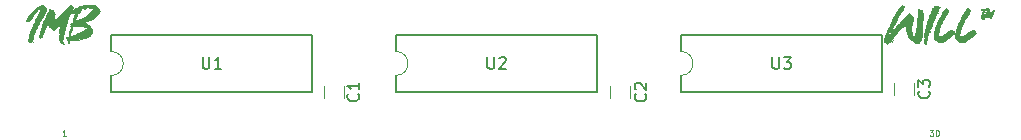
<source format=gbr>
%TF.GenerationSoftware,KiCad,Pcbnew,8.0.0*%
%TF.CreationDate,2024-11-03T15:19:12-05:00*%
%TF.ProjectId,macintosh-dram-1m-simm,6d616369-6e74-46f7-9368-2d6472616d2d,rev?*%
%TF.SameCoordinates,Original*%
%TF.FileFunction,Legend,Top*%
%TF.FilePolarity,Positive*%
%FSLAX46Y46*%
G04 Gerber Fmt 4.6, Leading zero omitted, Abs format (unit mm)*
G04 Created by KiCad (PCBNEW 8.0.0) date 2024-11-03 15:19:12*
%MOMM*%
%LPD*%
G01*
G04 APERTURE LIST*
%ADD10C,0.300000*%
%ADD11C,0.125000*%
%ADD12C,0.150000*%
%ADD13C,0.120000*%
G04 APERTURE END LIST*
D10*
G36*
X192119860Y-114230516D02*
G01*
X192146582Y-114081520D01*
X192186699Y-113937356D01*
X192197529Y-113911046D01*
X192241493Y-113817990D01*
X192170206Y-113952869D01*
X192122791Y-114059790D01*
X192062894Y-114201137D01*
X192002271Y-114344178D01*
X191974047Y-114410767D01*
X191937411Y-114483307D01*
X191925687Y-114555847D01*
X191918360Y-114553649D01*
X191916894Y-114563175D01*
X191963789Y-114453998D01*
X192045122Y-114325771D01*
X192076629Y-114335296D01*
X192089085Y-114347752D01*
X192181272Y-114230012D01*
X192277580Y-114113096D01*
X192344075Y-114035610D01*
X192445638Y-113919347D01*
X192546995Y-113802465D01*
X192614452Y-113724200D01*
X192708974Y-113615757D01*
X192808625Y-113506580D01*
X192916659Y-113390832D01*
X193023692Y-113276229D01*
X193129723Y-113162770D01*
X193150809Y-113140216D01*
X193256883Y-113026986D01*
X193363529Y-112912612D01*
X193470748Y-112797093D01*
X193492260Y-112773852D01*
X193562602Y-112699113D01*
X193641004Y-112616315D01*
X193781688Y-112565757D01*
X193790481Y-112630969D01*
X193788283Y-112640495D01*
X193809532Y-112641228D01*
X193868150Y-112651486D01*
X193875478Y-112726957D01*
X193874012Y-112753335D01*
X193879141Y-112748206D01*
X193906252Y-112707906D01*
X193933363Y-112719630D01*
X193953147Y-112727690D01*
X194029351Y-112812686D01*
X194075512Y-112912337D01*
X194098227Y-112954103D01*
X194134131Y-113015652D01*
X194098281Y-113161808D01*
X194066296Y-113307641D01*
X194062323Y-113327062D01*
X194028438Y-113471564D01*
X193985859Y-113613813D01*
X193979525Y-113632609D01*
X193959741Y-113739588D01*
X193959741Y-113851695D01*
X193970862Y-114005026D01*
X193980258Y-114108150D01*
X194001344Y-114256682D01*
X194022023Y-114358011D01*
X194045471Y-114445938D01*
X194072581Y-114534598D01*
X194097494Y-114576364D01*
X194109951Y-114585157D01*
X194121674Y-114592484D01*
X194141458Y-114574166D01*
X194159043Y-114533133D01*
X194207129Y-114388465D01*
X194222058Y-114340425D01*
X194261076Y-114193284D01*
X194271884Y-114143321D01*
X194299018Y-113996547D01*
X194311451Y-113907383D01*
X194329197Y-113756315D01*
X194339295Y-113664849D01*
X194359439Y-113512307D01*
X194374466Y-113379085D01*
X194388747Y-113227638D01*
X194397913Y-113093321D01*
X194411128Y-112939070D01*
X194419162Y-112817815D01*
X194428298Y-112670565D01*
X194436015Y-112543042D01*
X194448471Y-112415547D01*
X194466882Y-112268657D01*
X194467522Y-112263140D01*
X194520279Y-112252149D01*
X194575966Y-112231632D01*
X194650704Y-112353265D01*
X194658032Y-112426538D01*
X194660963Y-112464640D01*
X194671221Y-112430202D01*
X194704193Y-112354731D01*
X194738632Y-112332016D01*
X194793586Y-112305638D01*
X194821430Y-112325422D01*
X194833154Y-112351800D01*
X194843412Y-112420676D01*
X194851472Y-112480027D01*
X194869057Y-112491751D01*
X194910090Y-112516664D01*
X194934270Y-112579678D01*
X194968709Y-112650020D01*
X194954103Y-112803936D01*
X194943063Y-112923328D01*
X194928818Y-113075827D01*
X194917418Y-113194438D01*
X194902013Y-113346705D01*
X194888108Y-113464815D01*
X194880956Y-113611992D01*
X194892505Y-113748381D01*
X194879316Y-113798206D01*
X194874919Y-113839972D01*
X194876385Y-113981388D01*
X194880781Y-114114012D01*
X194854429Y-114259453D01*
X194852205Y-114371933D01*
X194851770Y-114523849D01*
X194841946Y-114628387D01*
X194822163Y-114752951D01*
X194789923Y-114874584D01*
X194740097Y-114969106D01*
X194652170Y-115046775D01*
X194589888Y-115102463D01*
X194522477Y-115183063D01*
X194433084Y-115199916D01*
X194314382Y-115215303D01*
X194268220Y-115195519D01*
X194211800Y-115173538D01*
X194176629Y-115136168D01*
X194108485Y-115051172D01*
X194020558Y-114971304D01*
X193938492Y-114908290D01*
X193853496Y-114846008D01*
X193744233Y-114740941D01*
X193706217Y-114696531D01*
X193626101Y-114568177D01*
X193602170Y-114511151D01*
X193554205Y-114371844D01*
X193514975Y-114250300D01*
X193472883Y-114102540D01*
X193444633Y-113985052D01*
X193427322Y-113835827D01*
X193427048Y-113815059D01*
X193420428Y-113663783D01*
X193418988Y-113647997D01*
X193416789Y-113629678D01*
X193429246Y-113616489D01*
X193359637Y-113688297D01*
X193244475Y-113781728D01*
X193206496Y-113813593D01*
X193256400Y-113674006D01*
X193264382Y-113663384D01*
X193279036Y-113621618D01*
X193243133Y-113653126D01*
X193194040Y-113708080D01*
X193095463Y-113823118D01*
X192998393Y-113939895D01*
X192902830Y-114058410D01*
X192850390Y-114125003D01*
X192757352Y-114245231D01*
X192665356Y-114366039D01*
X192574404Y-114487427D01*
X192524326Y-114555115D01*
X192429553Y-114677136D01*
X192346273Y-114784459D01*
X192253884Y-114906784D01*
X192174082Y-115017466D01*
X192066431Y-115132971D01*
X191943614Y-115228924D01*
X191890516Y-115262930D01*
X191818709Y-115231423D01*
X191766685Y-115210174D01*
X191699274Y-115149357D01*
X191641388Y-115104661D01*
X191578374Y-115048974D01*
X191533677Y-114984494D01*
X191530746Y-114864326D01*
X191563719Y-114755150D01*
X191628158Y-114609221D01*
X191691966Y-114463151D01*
X191755144Y-114316942D01*
X191817690Y-114170592D01*
X191853147Y-114086901D01*
X191915332Y-113940221D01*
X191978149Y-113793821D01*
X192041596Y-113647702D01*
X192105675Y-113501863D01*
X192142575Y-113418653D01*
X192203806Y-113284838D01*
X192267150Y-113152672D01*
X192343721Y-113000562D01*
X192423167Y-112850696D01*
X192493551Y-112724026D01*
X192578723Y-112577586D01*
X192667540Y-112432549D01*
X192760004Y-112288914D01*
X192842161Y-112166915D01*
X192912672Y-112066036D01*
X193010125Y-111951730D01*
X193142600Y-111886575D01*
X193167662Y-111882121D01*
X193196238Y-111915094D01*
X193207962Y-111934145D01*
X193233607Y-111936343D01*
X193294424Y-111945868D01*
X193312009Y-111994961D01*
X193328129Y-112037459D01*
X193275940Y-112175816D01*
X193227013Y-112274131D01*
X193153434Y-112401168D01*
X193099518Y-112488087D01*
X193019791Y-112615199D01*
X192943641Y-112743741D01*
X192871070Y-112873714D01*
X192856985Y-112899881D01*
X192787590Y-113031500D01*
X192718625Y-113164407D01*
X192650089Y-113298603D01*
X192636434Y-113325596D01*
X192567622Y-113460439D01*
X192497201Y-113594316D01*
X192487690Y-113612093D01*
X192416775Y-113744875D01*
X192345537Y-113876691D01*
X192336015Y-113894193D01*
X192259078Y-114019490D01*
X192175330Y-114144735D01*
X192119860Y-114230516D01*
G37*
G36*
X194617732Y-112773852D02*
G01*
X194613335Y-112710104D01*
X194613335Y-112647822D01*
X194653635Y-112530586D01*
X194646308Y-112613384D01*
X194636782Y-112680795D01*
X194640446Y-112761395D01*
X194641179Y-112874235D01*
X194617732Y-112773852D01*
G37*
G36*
X194510020Y-113942554D02*
G01*
X194526873Y-113961605D01*
X194508555Y-113966001D01*
X194513684Y-113972595D01*
X194500495Y-113962337D01*
X194510020Y-113942554D01*
G37*
G36*
X194614801Y-113067676D02*
G01*
X194611137Y-113092588D01*
X194599413Y-113077201D01*
X194614801Y-113067676D01*
G37*
G36*
X192205589Y-115087808D02*
G01*
X192258346Y-114963244D01*
X192366499Y-114859380D01*
X192400495Y-114840146D01*
X192348544Y-114981279D01*
X192336748Y-114997683D01*
X192217007Y-115082476D01*
X192205589Y-115087808D01*
G37*
G36*
X195206113Y-113900055D02*
G01*
X195177536Y-113925701D01*
X195165080Y-113940355D01*
X195124083Y-114085680D01*
X195116720Y-114113279D01*
X195077874Y-114256645D01*
X195068360Y-114289867D01*
X195051507Y-114360942D01*
X194984144Y-114491631D01*
X194976036Y-114504556D01*
X194973838Y-114380725D01*
X194976769Y-114333098D01*
X195014314Y-114171128D01*
X195053218Y-114009910D01*
X195093483Y-113849443D01*
X195135107Y-113689728D01*
X195178090Y-113530764D01*
X195222433Y-113372551D01*
X195240551Y-113309476D01*
X195288350Y-113152122D01*
X195340156Y-112995591D01*
X195395969Y-112839882D01*
X195455790Y-112684997D01*
X195519617Y-112530934D01*
X195587452Y-112377694D01*
X195615708Y-112316629D01*
X195671727Y-112181189D01*
X195679455Y-112161290D01*
X195761529Y-112033564D01*
X195796692Y-111997159D01*
X195843586Y-112022072D01*
X195870697Y-112034528D01*
X195919057Y-112014745D01*
X195990132Y-111982505D01*
X196019441Y-111997892D01*
X196034829Y-112002288D01*
X196080990Y-111975910D01*
X196177711Y-111922421D01*
X196215080Y-112002288D01*
X196225338Y-111992030D01*
X196261242Y-111989832D01*
X196308869Y-112030132D01*
X196356496Y-112075561D01*
X196356496Y-112118792D01*
X196341109Y-112156894D01*
X196258311Y-112270467D01*
X196198227Y-112408220D01*
X196134073Y-112549891D01*
X196074968Y-112694087D01*
X196059009Y-112735750D01*
X196001346Y-112880807D01*
X195938635Y-113023620D01*
X195919790Y-113064012D01*
X195862637Y-113200300D01*
X195802768Y-113336587D01*
X195800355Y-113340983D01*
X195734410Y-113472142D01*
X195680640Y-113609672D01*
X195678722Y-113614291D01*
X195669930Y-113639204D01*
X195657473Y-113653126D01*
X195666999Y-113643600D01*
X195720488Y-113654591D01*
X195673649Y-113795552D01*
X195651612Y-113841437D01*
X195588688Y-113981709D01*
X195566615Y-114040006D01*
X195527048Y-113971130D01*
X195530711Y-113954277D01*
X195533642Y-113962337D01*
X195479885Y-114102235D01*
X195441318Y-114199741D01*
X195389315Y-114344344D01*
X195359986Y-114444473D01*
X195320785Y-114592850D01*
X195288178Y-114740495D01*
X195257404Y-114888872D01*
X195223698Y-115040914D01*
X195187062Y-115064361D01*
X195196587Y-115081214D01*
X195208311Y-115122979D01*
X195206113Y-115163279D01*
X195200251Y-115176468D01*
X195231025Y-115227759D01*
X195278653Y-115306894D01*
X195198053Y-115306894D01*
X195150425Y-115289309D01*
X195113789Y-115261465D01*
X195057369Y-115197718D01*
X194978234Y-115139099D01*
X194963611Y-114992310D01*
X194967243Y-114961046D01*
X194986397Y-114815588D01*
X194988492Y-114794717D01*
X195011077Y-114644646D01*
X195031723Y-114568304D01*
X195068388Y-114424033D01*
X195081549Y-114349218D01*
X195110171Y-114203073D01*
X195128443Y-114118408D01*
X195149853Y-113972034D01*
X195153356Y-113877341D01*
X195195854Y-113806999D01*
X195209043Y-113771828D01*
X195206113Y-113900055D01*
G37*
G36*
X194972372Y-114396113D02*
G01*
X195021853Y-114538258D01*
X195025129Y-114561709D01*
X194986066Y-114705428D01*
X194983363Y-114711919D01*
X194940043Y-114570625D01*
X194940132Y-114564640D01*
X194966984Y-114418262D01*
X194972372Y-114396113D01*
G37*
G36*
X195427397Y-114249567D02*
G01*
X195453775Y-114169699D01*
X195477955Y-114109616D01*
X195528513Y-114133063D01*
X195509462Y-114191681D01*
X195487480Y-114253963D01*
X195458171Y-114245170D01*
X195427397Y-114249567D01*
G37*
G36*
X196283956Y-112543775D02*
G01*
X196218011Y-112609720D01*
X196163789Y-112652951D01*
X196160125Y-112557697D01*
X196283956Y-112543775D01*
G37*
G36*
X197281933Y-114070048D02*
G01*
X197349344Y-114048799D01*
X197423349Y-114024619D01*
X197465847Y-114051730D01*
X197523733Y-114098625D01*
X197481235Y-114141856D01*
X197457055Y-114144787D01*
X197478304Y-114146252D01*
X197480502Y-114163105D01*
X197495889Y-114149183D01*
X197561835Y-114104487D01*
X197561835Y-114185819D01*
X197568429Y-114231981D01*
X197446049Y-114316780D01*
X197418220Y-114332365D01*
X197295643Y-114414913D01*
X197284131Y-114424689D01*
X197245296Y-114464256D01*
X197201332Y-114514082D01*
X197106078Y-114602009D01*
X197057718Y-114592484D01*
X197074570Y-114552916D01*
X197177885Y-114469385D01*
X197218185Y-114469385D01*
X197335376Y-114377989D01*
X197456559Y-114290045D01*
X197565498Y-114215129D01*
X197602135Y-114259092D01*
X197632177Y-114296461D01*
X197607997Y-114342623D01*
X197479608Y-114418222D01*
X197446064Y-114442274D01*
X197331521Y-114533758D01*
X197300251Y-114560976D01*
X197180402Y-114660421D01*
X197059910Y-114759543D01*
X197043796Y-114772735D01*
X196924226Y-114871492D01*
X196805945Y-114969928D01*
X196790272Y-114983028D01*
X196749972Y-115013803D01*
X196708206Y-115043112D01*
X196572713Y-115112063D01*
X196427176Y-115143610D01*
X196286154Y-115139832D01*
X196156224Y-115066802D01*
X196026039Y-114980152D01*
X196001123Y-114961779D01*
X195887339Y-114854349D01*
X195797700Y-114728806D01*
X195780572Y-114698729D01*
X195760879Y-114553264D01*
X195759323Y-114537529D01*
X195766394Y-114390118D01*
X195772512Y-114361674D01*
X195804695Y-114194277D01*
X195844090Y-114029508D01*
X195890699Y-113867366D01*
X195944520Y-113707851D01*
X196005554Y-113550965D01*
X196027501Y-113499253D01*
X196084256Y-113360781D01*
X196089783Y-113346113D01*
X196152454Y-113212676D01*
X196163056Y-113194438D01*
X196229551Y-113059433D01*
X196295680Y-112924061D01*
X196366571Y-112789239D01*
X196447355Y-112655882D01*
X196514033Y-112551102D01*
X196587306Y-112438995D01*
X196680849Y-112322531D01*
X196701612Y-112295380D01*
X196803930Y-112183401D01*
X196824710Y-112164954D01*
X196873803Y-112164954D01*
X196918499Y-112164954D01*
X196955136Y-112188401D01*
X196999099Y-112225771D01*
X196991039Y-112258011D01*
X197024745Y-112282923D01*
X197075303Y-112320293D01*
X197088492Y-112423607D01*
X197057718Y-112513000D01*
X197001297Y-112625108D01*
X196932421Y-112721095D01*
X196847812Y-112844578D01*
X196817383Y-112894752D01*
X196743356Y-113023550D01*
X196714801Y-113073538D01*
X196642209Y-113201410D01*
X196590237Y-113302149D01*
X196522463Y-113440402D01*
X196475198Y-113535889D01*
X196410919Y-113672565D01*
X196374082Y-113768164D01*
X196329230Y-113910156D01*
X196303007Y-114008499D01*
X196269056Y-114152161D01*
X196242191Y-114279609D01*
X196215246Y-114425035D01*
X196194563Y-114554382D01*
X196185038Y-114625457D01*
X196196029Y-114616664D01*
X196213614Y-114611535D01*
X196330851Y-114553649D01*
X196445889Y-114492833D01*
X196579609Y-114410787D01*
X196714054Y-114327774D01*
X196776350Y-114289134D01*
X196901440Y-114212369D01*
X197036490Y-114130835D01*
X197109009Y-114087634D01*
X197214521Y-114034145D01*
X197340551Y-113990181D01*
X197354473Y-114067850D01*
X197328094Y-114081772D01*
X197331025Y-114114745D01*
X197274605Y-114113279D01*
X197257020Y-114112547D01*
X197240167Y-114122805D01*
X197246762Y-114157243D01*
X197186678Y-114155778D01*
X197177152Y-114156510D01*
X197052503Y-114235561D01*
X197018883Y-114256894D01*
X196892150Y-114337414D01*
X196862079Y-114356545D01*
X196854752Y-114349951D01*
X196848157Y-114342623D01*
X196974607Y-114266020D01*
X196998367Y-114251032D01*
X197124133Y-114170996D01*
X197153705Y-114152114D01*
X197172756Y-114133796D01*
X197201332Y-114104487D01*
X197247494Y-114100090D01*
X197281933Y-114070048D01*
G37*
G36*
X197011556Y-112400893D02*
G01*
X197015219Y-112402358D01*
X196947808Y-112534799D01*
X196874535Y-112661011D01*
X196795381Y-112792266D01*
X196727257Y-112910139D01*
X196654682Y-113042445D01*
X196634200Y-113080132D01*
X196564133Y-113210649D01*
X196540411Y-113254521D01*
X196526489Y-113242798D01*
X196582909Y-113148276D01*
X196648122Y-113038367D01*
X196719563Y-112909524D01*
X196724326Y-112901346D01*
X196798148Y-112769495D01*
X196800530Y-112765059D01*
X196875341Y-112632699D01*
X196897250Y-112595799D01*
X196970433Y-112462795D01*
X196988841Y-112425073D01*
X196998367Y-112403091D01*
X197011556Y-112400893D01*
G37*
G36*
X196450286Y-113387145D02*
G01*
X196453949Y-113359302D01*
X196479595Y-113336587D01*
X196481060Y-113362965D01*
X196458346Y-113392274D01*
X196450286Y-113387145D01*
G37*
G36*
X199107892Y-114070048D02*
G01*
X199175303Y-114048799D01*
X199249309Y-114024619D01*
X199291807Y-114051730D01*
X199349692Y-114098625D01*
X199307194Y-114141856D01*
X199283014Y-114144787D01*
X199304263Y-114146252D01*
X199306461Y-114163105D01*
X199321849Y-114149183D01*
X199387794Y-114104487D01*
X199387794Y-114185819D01*
X199394389Y-114231981D01*
X199272009Y-114316780D01*
X199244180Y-114332365D01*
X199121603Y-114414913D01*
X199110090Y-114424689D01*
X199071256Y-114464256D01*
X199027292Y-114514082D01*
X198932037Y-114602009D01*
X198883677Y-114592484D01*
X198900530Y-114552916D01*
X199003845Y-114469385D01*
X199044145Y-114469385D01*
X199161335Y-114377989D01*
X199282519Y-114290045D01*
X199391458Y-114215129D01*
X199428094Y-114259092D01*
X199458136Y-114296461D01*
X199433956Y-114342623D01*
X199305568Y-114418222D01*
X199272023Y-114442274D01*
X199157481Y-114533758D01*
X199126210Y-114560976D01*
X199006362Y-114660421D01*
X198885870Y-114759543D01*
X198869755Y-114772735D01*
X198750186Y-114871492D01*
X198631905Y-114969928D01*
X198616231Y-114983028D01*
X198575931Y-115013803D01*
X198534166Y-115043112D01*
X198398672Y-115112063D01*
X198253136Y-115143610D01*
X198112114Y-115139832D01*
X197982183Y-115066802D01*
X197851999Y-114980152D01*
X197827083Y-114961779D01*
X197713299Y-114854349D01*
X197623659Y-114728806D01*
X197606531Y-114698729D01*
X197586838Y-114553264D01*
X197585282Y-114537529D01*
X197592353Y-114390118D01*
X197598471Y-114361674D01*
X197630654Y-114194277D01*
X197670050Y-114029508D01*
X197716658Y-113867366D01*
X197770479Y-113707851D01*
X197831513Y-113550965D01*
X197853461Y-113499253D01*
X197910215Y-113360781D01*
X197915743Y-113346113D01*
X197978414Y-113212676D01*
X197989016Y-113194438D01*
X198055511Y-113059433D01*
X198121639Y-112924061D01*
X198192531Y-112789239D01*
X198273314Y-112655882D01*
X198339993Y-112551102D01*
X198413265Y-112438995D01*
X198506808Y-112322531D01*
X198527571Y-112295380D01*
X198629890Y-112183401D01*
X198650669Y-112164954D01*
X198699762Y-112164954D01*
X198744459Y-112164954D01*
X198781095Y-112188401D01*
X198825059Y-112225771D01*
X198816999Y-112258011D01*
X198850704Y-112282923D01*
X198901263Y-112320293D01*
X198914452Y-112423607D01*
X198883677Y-112513000D01*
X198827257Y-112625108D01*
X198758381Y-112721095D01*
X198673771Y-112844578D01*
X198643342Y-112894752D01*
X198569315Y-113023550D01*
X198540760Y-113073538D01*
X198468168Y-113201410D01*
X198416196Y-113302149D01*
X198348422Y-113440402D01*
X198301158Y-113535889D01*
X198236878Y-113672565D01*
X198200041Y-113768164D01*
X198155190Y-113910156D01*
X198128967Y-114008499D01*
X198095016Y-114152161D01*
X198068150Y-114279609D01*
X198041206Y-114425035D01*
X198020523Y-114554382D01*
X198010997Y-114625457D01*
X198021988Y-114616664D01*
X198039574Y-114611535D01*
X198156810Y-114553649D01*
X198271849Y-114492833D01*
X198405568Y-114410787D01*
X198540013Y-114327774D01*
X198602309Y-114289134D01*
X198727400Y-114212369D01*
X198862449Y-114130835D01*
X198934968Y-114087634D01*
X199040481Y-114034145D01*
X199166510Y-113990181D01*
X199180432Y-114067850D01*
X199154054Y-114081772D01*
X199156985Y-114114745D01*
X199100565Y-114113279D01*
X199082979Y-114112547D01*
X199066127Y-114122805D01*
X199072721Y-114157243D01*
X199012637Y-114155778D01*
X199003112Y-114156510D01*
X198878462Y-114235561D01*
X198844842Y-114256894D01*
X198718109Y-114337414D01*
X198688039Y-114356545D01*
X198680711Y-114349951D01*
X198674117Y-114342623D01*
X198800566Y-114266020D01*
X198824326Y-114251032D01*
X198950092Y-114170996D01*
X198979665Y-114152114D01*
X198998715Y-114133796D01*
X199027292Y-114104487D01*
X199073454Y-114100090D01*
X199107892Y-114070048D01*
G37*
G36*
X198837515Y-112400893D02*
G01*
X198841179Y-112402358D01*
X198773768Y-112534799D01*
X198700495Y-112661011D01*
X198621341Y-112792266D01*
X198553217Y-112910139D01*
X198480641Y-113042445D01*
X198460160Y-113080132D01*
X198390093Y-113210649D01*
X198366371Y-113254521D01*
X198352449Y-113242798D01*
X198408869Y-113148276D01*
X198474082Y-113038367D01*
X198545523Y-112909524D01*
X198550286Y-112901346D01*
X198624108Y-112769495D01*
X198626489Y-112765059D01*
X198701301Y-112632699D01*
X198723210Y-112595799D01*
X198796393Y-112462795D01*
X198814801Y-112425073D01*
X198824326Y-112403091D01*
X198837515Y-112400893D01*
G37*
G36*
X198276245Y-113387145D02*
G01*
X198279909Y-113359302D01*
X198305554Y-113336587D01*
X198307020Y-113362965D01*
X198284305Y-113392274D01*
X198276245Y-113387145D01*
G37*
G36*
X200482491Y-112207452D02*
G01*
X200512533Y-112258011D01*
X200472965Y-112269002D01*
X200492016Y-112265338D01*
X200521325Y-112269734D01*
X200520593Y-112293914D01*
X200509602Y-112303440D01*
X200537445Y-112304905D01*
X200537445Y-112347404D01*
X200537445Y-112397962D01*
X200516196Y-112464640D01*
X200490551Y-112527655D01*
X200450251Y-112647090D01*
X200423028Y-112722069D01*
X200445854Y-112696915D01*
X200479560Y-112655882D01*
X200556496Y-112565757D01*
X200641493Y-112474166D01*
X200699503Y-112414815D01*
X200757264Y-112414815D01*
X200759462Y-112416280D01*
X200771186Y-112419211D01*
X200757264Y-112414815D01*
X200699503Y-112414815D01*
X200768255Y-112344473D01*
X200831270Y-112274131D01*
X200892819Y-112254347D01*
X200875233Y-112318094D01*
X200887690Y-112299776D01*
X200916999Y-112263872D01*
X200936782Y-112304173D01*
X200948506Y-112308569D01*
X200966092Y-112406022D01*
X200944502Y-112419927D01*
X200967557Y-112432400D01*
X200925059Y-112522526D01*
X200919289Y-112524901D01*
X200916266Y-112543042D01*
X200861311Y-112652951D01*
X200802327Y-112788311D01*
X200793900Y-112807557D01*
X200745735Y-112947245D01*
X200740411Y-112968025D01*
X200726489Y-113011256D01*
X200714766Y-113053754D01*
X200703775Y-113116036D01*
X200641493Y-113099916D01*
X200664940Y-113107243D01*
X200628304Y-113107243D01*
X200568220Y-113053021D01*
X200567487Y-112944577D01*
X200588736Y-112846392D01*
X200591213Y-112836845D01*
X200540376Y-112898415D01*
X200538560Y-112893502D01*
X200504473Y-112923328D01*
X200497878Y-112907208D01*
X200407752Y-112970223D01*
X200310300Y-112937983D01*
X200269267Y-112883028D01*
X200264771Y-112875701D01*
X200527920Y-112875701D01*
X200533030Y-112878539D01*
X200531603Y-112874677D01*
X200527920Y-112875701D01*
X200264771Y-112875701D01*
X200229699Y-112818548D01*
X200229699Y-112806824D01*
X200229699Y-112774563D01*
X200186468Y-112880097D01*
X200145436Y-113006127D01*
X200124919Y-113065478D01*
X200095610Y-113126294D01*
X200080223Y-113149741D01*
X200054577Y-113149741D01*
X200037725Y-113149741D01*
X200000355Y-113149741D01*
X199998157Y-113065478D01*
X200011346Y-113003196D01*
X200040655Y-112876434D01*
X200079490Y-112749672D01*
X200124187Y-112652219D01*
X200172547Y-112555498D01*
X200219441Y-112462442D01*
X200279525Y-112373782D01*
X200293081Y-112359014D01*
X200159357Y-112393565D01*
X200152030Y-112408953D01*
X200017941Y-112720362D01*
X199963469Y-112861532D01*
X199958590Y-112874968D01*
X199933677Y-112956301D01*
X199913161Y-113040565D01*
X199913161Y-113052288D01*
X199904368Y-113064745D01*
X199939539Y-113099916D01*
X199890446Y-113138750D01*
X199839155Y-113112372D01*
X199818639Y-113091123D01*
X199761486Y-113016385D01*
X199765882Y-112918199D01*
X199783468Y-112820746D01*
X199830179Y-112678276D01*
X199849413Y-112628039D01*
X199906209Y-112489283D01*
X199927815Y-112439727D01*
X199940733Y-112414607D01*
X199877257Y-112405289D01*
X199745641Y-112332886D01*
X199714591Y-112288785D01*
X199770279Y-112251416D01*
X199865533Y-112238960D01*
X199957124Y-112222840D01*
X200023070Y-112208185D01*
X200089016Y-112197927D01*
X200198925Y-112179609D01*
X200313230Y-112164954D01*
X200411416Y-112164954D01*
X200497878Y-112164954D01*
X200482491Y-112207452D01*
G37*
G36*
X119893105Y-112480453D02*
G01*
X119782423Y-112581647D01*
X119777334Y-112588164D01*
X119686963Y-112704599D01*
X119675484Y-112719323D01*
X119640314Y-112678290D01*
X119647641Y-112663635D01*
X119621263Y-112698073D01*
X119602944Y-112710530D01*
X119604410Y-112702470D01*
X119645443Y-112739106D01*
X119612470Y-112767683D01*
X119596350Y-112789665D01*
X119492410Y-112899209D01*
X119441744Y-112961123D01*
X119346565Y-113081982D01*
X119295198Y-113145038D01*
X119275415Y-113161158D01*
X119273217Y-113164822D01*
X119200676Y-113258611D01*
X119200676Y-113262274D01*
X119138394Y-113299644D01*
X119055596Y-113345073D01*
X119024822Y-113323824D01*
X118979392Y-113304773D01*
X118955212Y-113258611D01*
X118931765Y-113210251D01*
X118975188Y-113066587D01*
X118991116Y-113036594D01*
X119072417Y-112912837D01*
X119092965Y-112885652D01*
X119182496Y-112767213D01*
X119235115Y-112700272D01*
X119335643Y-112586775D01*
X119394849Y-112528080D01*
X119434417Y-112486315D01*
X119482044Y-112436489D01*
X119533335Y-112428429D01*
X119632024Y-112320003D01*
X119636650Y-112317055D01*
X119746838Y-112217491D01*
X119755352Y-112205680D01*
X119800048Y-112166113D01*
X119924028Y-112087012D01*
X119941465Y-112075987D01*
X120064403Y-111996085D01*
X120082149Y-111984396D01*
X120214452Y-111920374D01*
X120261667Y-111908192D01*
X120410544Y-111908604D01*
X120474159Y-111925045D01*
X120553293Y-111995387D01*
X120645617Y-112078185D01*
X120687078Y-112221791D01*
X120688115Y-112253307D01*
X120652212Y-112319986D01*
X120755526Y-112295806D01*
X120691779Y-112339769D01*
X120689581Y-112359553D01*
X120631242Y-112501545D01*
X120586266Y-112599888D01*
X120515709Y-112734278D01*
X120452177Y-112836559D01*
X120435324Y-112859274D01*
X120425066Y-112876859D01*
X120417006Y-112903970D01*
X120408213Y-112933279D01*
X120358387Y-113026336D01*
X120301235Y-113125987D01*
X120225088Y-113258050D01*
X120148323Y-113388258D01*
X120096803Y-113474033D01*
X120022099Y-113604035D01*
X119952960Y-113737953D01*
X119909958Y-113829406D01*
X119845214Y-113962774D01*
X119783974Y-114097997D01*
X119745094Y-114189176D01*
X119690963Y-114326837D01*
X119641779Y-114466147D01*
X119611737Y-114559937D01*
X119590488Y-114644200D01*
X119567773Y-114748248D01*
X119555317Y-114852295D01*
X119560446Y-114935826D01*
X119556782Y-114978325D01*
X119517215Y-115001039D01*
X119515750Y-115000307D01*
X119473251Y-115044270D01*
X119441744Y-115079441D01*
X119452735Y-115070648D01*
X119469588Y-115094829D01*
X119470321Y-115103621D01*
X119426357Y-115124138D01*
X119381660Y-115091165D01*
X119345024Y-115059658D01*
X119323775Y-115045736D01*
X119308387Y-115054528D01*
X119284207Y-115072114D01*
X119173565Y-115026685D01*
X119100293Y-114950481D01*
X119114358Y-114802612D01*
X119136769Y-114657410D01*
X119171459Y-114499200D01*
X119188220Y-114436838D01*
X119235261Y-114281348D01*
X119282859Y-114141774D01*
X119335441Y-114002548D01*
X119360411Y-113940781D01*
X119421777Y-113805409D01*
X119487173Y-113671870D01*
X119556050Y-113539246D01*
X119626392Y-113408087D01*
X119663028Y-113323091D01*
X119674752Y-113233698D01*
X119687208Y-113196329D01*
X119704061Y-113161158D01*
X119772293Y-113026290D01*
X119774403Y-113021939D01*
X119842109Y-112888846D01*
X119846943Y-112879790D01*
X119916811Y-112748756D01*
X119964912Y-112658506D01*
X120034358Y-112526928D01*
X120080683Y-112438688D01*
X120077020Y-112422568D01*
X120074089Y-112391793D01*
X120113656Y-112343433D01*
X120146629Y-112308262D01*
X120153956Y-112317055D01*
X120109260Y-112323649D01*
X120066029Y-112302400D01*
X120025729Y-112308995D01*
X119980300Y-112316322D01*
X119943663Y-112342700D01*
X119909225Y-112366147D01*
X119883579Y-112375673D01*
X119862330Y-112383733D01*
X119820565Y-112403517D01*
X119778799Y-112423300D01*
X119742896Y-112472393D01*
X119638115Y-112518555D01*
X119575101Y-112600621D01*
X119528206Y-112634326D01*
X119506224Y-112655575D01*
X119494501Y-112676824D01*
X119475450Y-112681221D01*
X119511353Y-112633593D01*
X119527473Y-112555191D01*
X119572903Y-112556657D01*
X119579497Y-112558855D01*
X119621995Y-112525150D01*
X119676950Y-112497306D01*
X119680614Y-112484849D01*
X119700397Y-112448213D01*
X119744361Y-112439420D01*
X119770739Y-112434291D01*
X119813237Y-112420369D01*
X119882114Y-112430628D01*
X119893105Y-112480453D01*
G37*
G36*
X119482044Y-114728464D02*
G01*
X119506224Y-114694759D01*
X119501828Y-114713810D01*
X119482044Y-114728464D01*
G37*
G36*
X119279811Y-113161158D02*
G01*
X119293000Y-113131116D01*
X119318646Y-113101807D01*
X119357480Y-113054180D01*
X119430020Y-113036594D01*
X119434417Y-113040258D01*
X119448339Y-113071765D01*
X119353921Y-113184049D01*
X119344291Y-113195596D01*
X119244549Y-113312787D01*
X119200676Y-113363391D01*
X119196280Y-113272533D01*
X119196280Y-113262274D01*
X119276147Y-113161158D01*
X119279811Y-113161158D01*
G37*
G36*
X119849874Y-112498771D02*
G01*
X119835219Y-112449678D01*
X119830823Y-112407913D01*
X119824961Y-112352958D01*
X119867459Y-112330244D01*
X119913621Y-112310460D01*
X119929009Y-112376406D01*
X119952456Y-112424766D01*
X119916552Y-112469462D01*
X119849874Y-112498771D01*
G37*
G36*
X119523077Y-114998108D02*
G01*
X119614668Y-115003970D01*
X119559713Y-115062588D01*
X119531137Y-115097027D01*
X119502561Y-115105819D01*
X119478381Y-115094096D01*
X119472519Y-115091165D01*
X119476915Y-115036210D01*
X119520879Y-114996643D01*
X119523077Y-114998108D01*
G37*
G36*
X119433684Y-113033663D02*
G01*
X119426357Y-112971381D01*
X119545128Y-112878416D01*
X119572903Y-112855610D01*
X119504817Y-112987289D01*
X119491570Y-113011681D01*
X119440279Y-113035129D01*
X119433684Y-113033663D01*
G37*
G36*
X122846001Y-111959483D02*
G01*
X122903154Y-112007110D01*
X122979357Y-112064996D01*
X122964703Y-112125080D01*
X122952247Y-112164647D01*
X122885442Y-112306980D01*
X122818020Y-112449312D01*
X122772728Y-112544200D01*
X122705958Y-112687769D01*
X122640837Y-112833811D01*
X122598339Y-112932547D01*
X122544643Y-113073540D01*
X122516273Y-113163356D01*
X122475024Y-113306504D01*
X122447397Y-113402958D01*
X122401704Y-113546668D01*
X122359881Y-113689653D01*
X122341884Y-113755401D01*
X122305707Y-113897576D01*
X122272191Y-114040718D01*
X122257620Y-114107110D01*
X122224882Y-114254745D01*
X122204863Y-114358436D01*
X122174953Y-114509510D01*
X122152107Y-114610495D01*
X122130858Y-114679371D01*
X122097152Y-114736524D01*
X122116203Y-114743119D01*
X122134521Y-114789281D01*
X122111807Y-114827383D01*
X122093489Y-114860355D01*
X122086894Y-115023021D01*
X122103014Y-115019357D01*
X122138918Y-115025952D01*
X122171158Y-115083105D01*
X122155771Y-115116078D01*
X122197536Y-115199609D01*
X122168960Y-115242107D01*
X122124996Y-115296329D01*
X122081032Y-115195945D01*
X122081032Y-115223789D01*
X122046594Y-115223789D01*
X122027543Y-115223789D01*
X121972588Y-115180558D01*
X121927159Y-115137327D01*
X121855352Y-115068450D01*
X121793803Y-115002505D01*
X121763761Y-114992979D01*
X121687687Y-114865049D01*
X121684626Y-114854494D01*
X121681695Y-114729930D01*
X121713271Y-114586235D01*
X121719797Y-114562135D01*
X121756026Y-114413702D01*
X121774752Y-114320334D01*
X121759364Y-114327662D01*
X121703677Y-114329127D01*
X121716171Y-114182138D01*
X121738674Y-114027888D01*
X121752916Y-113962051D01*
X121849461Y-113962051D01*
X121863996Y-113918112D01*
X121908612Y-113770971D01*
X121935952Y-113673335D01*
X121978336Y-113529801D01*
X122029368Y-113381514D01*
X122059050Y-113304773D01*
X122055387Y-113289385D01*
X122003363Y-113430802D01*
X121955058Y-113569871D01*
X121923496Y-113671870D01*
X121884701Y-113814735D01*
X121859016Y-113923928D01*
X121849461Y-113962051D01*
X121752916Y-113962051D01*
X121770355Y-113881430D01*
X121811812Y-113727763D01*
X121855947Y-113577806D01*
X121874248Y-113519836D01*
X121867076Y-113527522D01*
X121848025Y-113559762D01*
X121815052Y-113590537D01*
X121699098Y-113683273D01*
X121667041Y-113723161D01*
X121574614Y-113837476D01*
X121535150Y-113878499D01*
X121456748Y-113956168D01*
X121393733Y-114005261D01*
X121321193Y-114053621D01*
X121187103Y-113990607D01*
X121054480Y-113929057D01*
X121033230Y-113868974D01*
X120953363Y-113801563D01*
X120856643Y-113722428D01*
X120813412Y-113621311D01*
X120780439Y-113539246D01*
X120768715Y-113556099D01*
X120748932Y-113594200D01*
X120684553Y-113727176D01*
X120624683Y-113863693D01*
X120617041Y-113882163D01*
X120563084Y-114019914D01*
X120512274Y-114166139D01*
X120509330Y-114175254D01*
X120462670Y-114318136D01*
X120452177Y-114351109D01*
X120403768Y-114491573D01*
X120391360Y-114523300D01*
X120350327Y-114610495D01*
X120301967Y-114710879D01*
X120227962Y-114726266D01*
X120155422Y-114736524D01*
X120099734Y-114686699D01*
X120050642Y-114636873D01*
X120056841Y-114484127D01*
X120068227Y-114384082D01*
X120095876Y-114234101D01*
X120118785Y-114145212D01*
X120161020Y-114002800D01*
X120167878Y-113983279D01*
X120215336Y-113841902D01*
X120219902Y-113827208D01*
X120230893Y-113797899D01*
X120241151Y-113773719D01*
X120272864Y-113628690D01*
X120319650Y-113474779D01*
X120335769Y-113434512D01*
X121375716Y-113434512D01*
X121429597Y-113382878D01*
X121541861Y-113268325D01*
X121651391Y-113149424D01*
X121758185Y-113026176D01*
X121817983Y-112953796D01*
X121921607Y-112825919D01*
X122024108Y-112698743D01*
X122125488Y-112572269D01*
X122220522Y-112453048D01*
X122196803Y-112480453D01*
X122112540Y-112569113D01*
X122011535Y-112681111D01*
X121992372Y-112701737D01*
X121891309Y-112813349D01*
X121872937Y-112834361D01*
X121779995Y-112947756D01*
X121710272Y-113036594D01*
X121615715Y-113156670D01*
X121548339Y-113238827D01*
X121453354Y-113350426D01*
X121450153Y-113353866D01*
X121375716Y-113434512D01*
X120335769Y-113434512D01*
X120378904Y-113326755D01*
X120446021Y-113181257D01*
X120515389Y-113035933D01*
X120580404Y-112903970D01*
X120644701Y-112770064D01*
X120711563Y-112637990D01*
X120779890Y-112505915D01*
X120848583Y-112372009D01*
X120862505Y-112253307D01*
X120916727Y-112201284D01*
X120970949Y-112147794D01*
X121069867Y-112229860D01*
X121116762Y-112306064D01*
X121140209Y-112292875D01*
X121186371Y-112262100D01*
X121244989Y-112297271D01*
X121306538Y-112339036D01*
X121326322Y-112432093D01*
X121349036Y-112523684D01*
X121382742Y-112568381D01*
X121432568Y-112623335D01*
X121407884Y-112774343D01*
X121386417Y-112928356D01*
X121382742Y-112958192D01*
X121364607Y-113107669D01*
X121348304Y-113241025D01*
X121416448Y-113178011D01*
X121499246Y-113080558D01*
X121607552Y-112954299D01*
X121716317Y-112830514D01*
X121825539Y-112709202D01*
X121935219Y-112590362D01*
X122046457Y-112473080D01*
X122160350Y-112357172D01*
X122276900Y-112242637D01*
X122396106Y-112129476D01*
X122504504Y-112030146D01*
X122543384Y-111998318D01*
X122669780Y-111916161D01*
X122714842Y-111894270D01*
X122762470Y-111894270D01*
X122820355Y-111894270D01*
X122846001Y-111959483D01*
G37*
G36*
X124498304Y-111884012D02*
G01*
X124600886Y-111888408D01*
X124702002Y-111897201D01*
X124845640Y-111932595D01*
X124939406Y-111995387D01*
X125041479Y-112101993D01*
X125080090Y-112153656D01*
X125157943Y-112281025D01*
X125177057Y-112317521D01*
X125205387Y-112363949D01*
X125232498Y-112408646D01*
X125196594Y-112501702D01*
X125157759Y-112582302D01*
X125069099Y-112657041D01*
X125034519Y-112715659D01*
X125037592Y-112715659D01*
X125009016Y-112815310D01*
X124943991Y-112859048D01*
X124929148Y-112881988D01*
X124881521Y-112931814D01*
X124827299Y-112978709D01*
X124700903Y-113057660D01*
X124575240Y-113134780D01*
X124442271Y-113214505D01*
X124323914Y-113282791D01*
X124178714Y-113326926D01*
X124167110Y-113328220D01*
X124030823Y-113356796D01*
X123930439Y-113400760D01*
X124031556Y-113436664D01*
X124166378Y-113485757D01*
X124290209Y-113571486D01*
X124392791Y-113660146D01*
X124455806Y-113745143D01*
X124504898Y-113814752D01*
X124579388Y-113942178D01*
X124583300Y-113951039D01*
X124617415Y-114093579D01*
X124618471Y-114110041D01*
X124620669Y-114146678D01*
X124627997Y-114189909D01*
X124578171Y-114290293D01*
X124526880Y-114383349D01*
X124442616Y-114484466D01*
X124339302Y-114563600D01*
X124250642Y-114625150D01*
X124157585Y-114672044D01*
X124007514Y-114738923D01*
X123854147Y-114798509D01*
X123697484Y-114850801D01*
X123537525Y-114895801D01*
X123444640Y-114918241D01*
X123408004Y-114921905D01*
X123284173Y-114918974D01*
X123385289Y-114849364D01*
X123413866Y-114831779D01*
X123469553Y-114814193D01*
X123525240Y-114797341D01*
X123667309Y-114752381D01*
X123786824Y-114696224D01*
X123915052Y-114621303D01*
X124041920Y-114540084D01*
X124050607Y-114534291D01*
X124112889Y-114492526D01*
X124178101Y-114449295D01*
X124312397Y-114364561D01*
X124421380Y-114263536D01*
X124500502Y-114164263D01*
X124504898Y-114117369D01*
X124499769Y-114143747D01*
X124472658Y-114177452D01*
X124415505Y-114244131D01*
X124350293Y-114299818D01*
X124223332Y-114376123D01*
X124157585Y-114415589D01*
X124026232Y-114495213D01*
X123965610Y-114532093D01*
X123900397Y-114578988D01*
X123849106Y-114657390D01*
X123716482Y-114702819D01*
X123584591Y-114749713D01*
X123558946Y-114724801D01*
X123557480Y-114712344D01*
X123521577Y-114744584D01*
X123493733Y-114735059D01*
X123488604Y-114733593D01*
X123339580Y-114778128D01*
X123190730Y-114814005D01*
X123055561Y-114839106D01*
X122908080Y-114863058D01*
X122762851Y-114888568D01*
X122632777Y-114913112D01*
X122615924Y-114961472D01*
X122615924Y-115020090D01*
X122620321Y-115088234D01*
X122591011Y-115188618D01*
X122513342Y-115127069D01*
X122461318Y-115074312D01*
X122461318Y-114927766D01*
X122419553Y-114893328D01*
X122349211Y-114833977D01*
X122377787Y-114803203D01*
X122390976Y-114802470D01*
X122358736Y-114786350D01*
X122319169Y-114746050D01*
X122313307Y-114691095D01*
X122307445Y-114636873D01*
X122338220Y-114612693D01*
X122363133Y-114589246D01*
X122458387Y-114593642D01*
X122527997Y-114596573D01*
X122543620Y-114529162D01*
X122707515Y-114529162D01*
X122806434Y-114499853D01*
X122931730Y-114455889D01*
X123051898Y-114405331D01*
X123171332Y-114355505D01*
X123311467Y-114295788D01*
X123451967Y-114235338D01*
X123593018Y-114173239D01*
X123733335Y-114110041D01*
X123872874Y-114037887D01*
X124001331Y-113952399D01*
X124108492Y-113863112D01*
X124120216Y-113847725D01*
X124124612Y-113843328D01*
X124063063Y-113813286D01*
X123997850Y-113781779D01*
X123980265Y-113786908D01*
X123953154Y-113797166D01*
X123806121Y-113775576D01*
X123650462Y-113763675D01*
X123536964Y-113762728D01*
X123429986Y-113771521D01*
X123323007Y-113761995D01*
X123174575Y-113748928D01*
X123117110Y-113759064D01*
X122967613Y-113786810D01*
X122928799Y-113790572D01*
X122881662Y-113931035D01*
X122867983Y-113972288D01*
X122824431Y-114112835D01*
X122811563Y-114159134D01*
X122767620Y-114300276D01*
X122750013Y-114355505D01*
X122712358Y-114499839D01*
X122707515Y-114529162D01*
X122543620Y-114529162D01*
X122561982Y-114449934D01*
X122566831Y-114385547D01*
X122584062Y-114238372D01*
X122605666Y-114150341D01*
X122650972Y-114004569D01*
X122670879Y-113937850D01*
X122714201Y-113797713D01*
X122733893Y-113739281D01*
X122720704Y-113732686D01*
X122687732Y-113701179D01*
X122724368Y-113658681D01*
X122718506Y-113633768D01*
X122717041Y-113606657D01*
X122680404Y-113583942D01*
X122622519Y-113541444D01*
X122634242Y-113493084D01*
X122659155Y-113471102D01*
X122714110Y-113438862D01*
X122763935Y-113405889D01*
X122828415Y-113372916D01*
X122880439Y-113361193D01*
X122898757Y-113295247D01*
X122915048Y-113255912D01*
X123401928Y-113255912D01*
X123416064Y-113250551D01*
X123403615Y-113252418D01*
X123401928Y-113255912D01*
X122915048Y-113255912D01*
X122923944Y-113234431D01*
X123126636Y-113234431D01*
X123128101Y-113241025D01*
X123127950Y-113241218D01*
X123133963Y-113243224D01*
X123262095Y-113184679D01*
X123523432Y-113184679D01*
X123544291Y-113186071D01*
X123574744Y-113161461D01*
X123537697Y-113180209D01*
X123523432Y-113184679D01*
X123262095Y-113184679D01*
X123268144Y-113181915D01*
X123350851Y-113144305D01*
X123491844Y-113081909D01*
X123577264Y-113046120D01*
X123719797Y-112982587D01*
X123855037Y-112908676D01*
X123892337Y-112885652D01*
X124019543Y-112800781D01*
X124140858Y-112710301D01*
X124174438Y-112683419D01*
X124272623Y-112598422D01*
X124367145Y-112531744D01*
X124384731Y-112500969D01*
X124403782Y-112470195D01*
X124426708Y-112446748D01*
X125106468Y-112446748D01*
X125109399Y-112452609D01*
X125128450Y-112404249D01*
X125136901Y-112359944D01*
X125124054Y-112356622D01*
X125117459Y-112382267D01*
X125107201Y-112426964D01*
X125106468Y-112446748D01*
X124426708Y-112446748D01*
X124468262Y-112404249D01*
X124532742Y-112336838D01*
X124588429Y-112245247D01*
X124562051Y-112227662D01*
X124527613Y-112224731D01*
X124481451Y-112229127D01*
X124427962Y-112215205D01*
X124347362Y-112213740D01*
X124201108Y-112166884D01*
X124190474Y-112160568D01*
X124153921Y-112179302D01*
X124024228Y-112245980D01*
X123887941Y-112273091D01*
X123782428Y-112247445D01*
X123731870Y-112261367D01*
X123686441Y-112258436D01*
X123697431Y-112265031D01*
X123726008Y-112292142D01*
X123653468Y-112318520D01*
X123632951Y-112325115D01*
X123591186Y-112387397D01*
X123553817Y-112440153D01*
X123539162Y-112494375D01*
X123517180Y-112555191D01*
X123479811Y-112566182D01*
X123458562Y-112591828D01*
X123430718Y-112626266D01*
X123361842Y-112657041D01*
X123360171Y-112603172D01*
X123357445Y-112610146D01*
X123307299Y-112748632D01*
X123292233Y-112796259D01*
X123244508Y-112940530D01*
X123217494Y-113015345D01*
X123160513Y-113158294D01*
X123126636Y-113234431D01*
X122923944Y-113234431D01*
X122928799Y-113222707D01*
X122950781Y-113153831D01*
X122956274Y-113132468D01*
X122883370Y-113227103D01*
X122898978Y-113076628D01*
X122915610Y-113005819D01*
X122960307Y-112864403D01*
X123008667Y-112730314D01*
X123046036Y-112615275D01*
X122999874Y-112638722D01*
X122920739Y-112669497D01*
X122862121Y-112649713D01*
X122764668Y-112622602D01*
X122821088Y-112549330D01*
X122843070Y-112526615D01*
X122804968Y-112561053D01*
X122710446Y-112621870D01*
X122662819Y-112526615D01*
X122693593Y-112451144D01*
X122741953Y-112407913D01*
X122862121Y-112325115D01*
X122987418Y-112246713D01*
X123049699Y-112204947D01*
X123112714Y-112158785D01*
X123129243Y-112150717D01*
X124209695Y-112150717D01*
X124328139Y-112139441D01*
X124371006Y-112137807D01*
X124296803Y-112133872D01*
X124212540Y-112149260D01*
X124209695Y-112150717D01*
X123129243Y-112150717D01*
X123174263Y-112128743D01*
X123191038Y-112122882D01*
X124743768Y-112122882D01*
X124748913Y-112137383D01*
X124750362Y-112124347D01*
X124759155Y-112114089D01*
X124743768Y-112122882D01*
X123191038Y-112122882D01*
X123235080Y-112107494D01*
X123285638Y-112081849D01*
X123320809Y-112026161D01*
X123410202Y-111977801D01*
X123498129Y-111964612D01*
X123644661Y-111937478D01*
X123654200Y-111935303D01*
X123803608Y-111917786D01*
X123813935Y-111917718D01*
X123849106Y-111917718D01*
X123881346Y-111914787D01*
X124035403Y-111891339D01*
X124188360Y-111882547D01*
X124342416Y-111881814D01*
X124498304Y-111884012D01*
G37*
G36*
X123311284Y-114859623D02*
G01*
X123286371Y-114872812D01*
X123210167Y-114896992D01*
X123128101Y-114914577D01*
X123015994Y-114927034D01*
X122902421Y-114952679D01*
X122778590Y-114969532D01*
X122649630Y-114938025D01*
X122792508Y-114892050D01*
X122829148Y-114885268D01*
X122977415Y-114861965D01*
X122992547Y-114859623D01*
X123140103Y-114829566D01*
X123144954Y-114828115D01*
X123294374Y-114798574D01*
X123372833Y-114789281D01*
X123311284Y-114859623D01*
G37*
D11*
X122316857Y-122974809D02*
X122031143Y-122974809D01*
X122174000Y-122974809D02*
X122174000Y-122474809D01*
X122174000Y-122474809D02*
X122126381Y-122546238D01*
X122126381Y-122546238D02*
X122078762Y-122593857D01*
X122078762Y-122593857D02*
X122031143Y-122617666D01*
X195429238Y-122474809D02*
X195738762Y-122474809D01*
X195738762Y-122474809D02*
X195572095Y-122665285D01*
X195572095Y-122665285D02*
X195643524Y-122665285D01*
X195643524Y-122665285D02*
X195691143Y-122689095D01*
X195691143Y-122689095D02*
X195714952Y-122712904D01*
X195714952Y-122712904D02*
X195738762Y-122760523D01*
X195738762Y-122760523D02*
X195738762Y-122879571D01*
X195738762Y-122879571D02*
X195714952Y-122927190D01*
X195714952Y-122927190D02*
X195691143Y-122951000D01*
X195691143Y-122951000D02*
X195643524Y-122974809D01*
X195643524Y-122974809D02*
X195500667Y-122974809D01*
X195500667Y-122974809D02*
X195453048Y-122951000D01*
X195453048Y-122951000D02*
X195429238Y-122927190D01*
X196048285Y-122474809D02*
X196095904Y-122474809D01*
X196095904Y-122474809D02*
X196143523Y-122498619D01*
X196143523Y-122498619D02*
X196167333Y-122522428D01*
X196167333Y-122522428D02*
X196191142Y-122570047D01*
X196191142Y-122570047D02*
X196214952Y-122665285D01*
X196214952Y-122665285D02*
X196214952Y-122784333D01*
X196214952Y-122784333D02*
X196191142Y-122879571D01*
X196191142Y-122879571D02*
X196167333Y-122927190D01*
X196167333Y-122927190D02*
X196143523Y-122951000D01*
X196143523Y-122951000D02*
X196095904Y-122974809D01*
X196095904Y-122974809D02*
X196048285Y-122974809D01*
X196048285Y-122974809D02*
X196000666Y-122951000D01*
X196000666Y-122951000D02*
X195976857Y-122927190D01*
X195976857Y-122927190D02*
X195953047Y-122879571D01*
X195953047Y-122879571D02*
X195929238Y-122784333D01*
X195929238Y-122784333D02*
X195929238Y-122665285D01*
X195929238Y-122665285D02*
X195953047Y-122570047D01*
X195953047Y-122570047D02*
X195976857Y-122522428D01*
X195976857Y-122522428D02*
X196000666Y-122498619D01*
X196000666Y-122498619D02*
X196048285Y-122474809D01*
D12*
X133888095Y-116294819D02*
X133888095Y-117104342D01*
X133888095Y-117104342D02*
X133935714Y-117199580D01*
X133935714Y-117199580D02*
X133983333Y-117247200D01*
X133983333Y-117247200D02*
X134078571Y-117294819D01*
X134078571Y-117294819D02*
X134269047Y-117294819D01*
X134269047Y-117294819D02*
X134364285Y-117247200D01*
X134364285Y-117247200D02*
X134411904Y-117199580D01*
X134411904Y-117199580D02*
X134459523Y-117104342D01*
X134459523Y-117104342D02*
X134459523Y-116294819D01*
X135459523Y-117294819D02*
X134888095Y-117294819D01*
X135173809Y-117294819D02*
X135173809Y-116294819D01*
X135173809Y-116294819D02*
X135078571Y-116437676D01*
X135078571Y-116437676D02*
X134983333Y-116532914D01*
X134983333Y-116532914D02*
X134888095Y-116580533D01*
X157988095Y-116294819D02*
X157988095Y-117104342D01*
X157988095Y-117104342D02*
X158035714Y-117199580D01*
X158035714Y-117199580D02*
X158083333Y-117247200D01*
X158083333Y-117247200D02*
X158178571Y-117294819D01*
X158178571Y-117294819D02*
X158369047Y-117294819D01*
X158369047Y-117294819D02*
X158464285Y-117247200D01*
X158464285Y-117247200D02*
X158511904Y-117199580D01*
X158511904Y-117199580D02*
X158559523Y-117104342D01*
X158559523Y-117104342D02*
X158559523Y-116294819D01*
X158988095Y-116390057D02*
X159035714Y-116342438D01*
X159035714Y-116342438D02*
X159130952Y-116294819D01*
X159130952Y-116294819D02*
X159369047Y-116294819D01*
X159369047Y-116294819D02*
X159464285Y-116342438D01*
X159464285Y-116342438D02*
X159511904Y-116390057D01*
X159511904Y-116390057D02*
X159559523Y-116485295D01*
X159559523Y-116485295D02*
X159559523Y-116580533D01*
X159559523Y-116580533D02*
X159511904Y-116723390D01*
X159511904Y-116723390D02*
X158940476Y-117294819D01*
X158940476Y-117294819D02*
X159559523Y-117294819D01*
X147029579Y-119416666D02*
X147077199Y-119464285D01*
X147077199Y-119464285D02*
X147124818Y-119607142D01*
X147124818Y-119607142D02*
X147124818Y-119702380D01*
X147124818Y-119702380D02*
X147077199Y-119845237D01*
X147077199Y-119845237D02*
X146981960Y-119940475D01*
X146981960Y-119940475D02*
X146886722Y-119988094D01*
X146886722Y-119988094D02*
X146696246Y-120035713D01*
X146696246Y-120035713D02*
X146553389Y-120035713D01*
X146553389Y-120035713D02*
X146362913Y-119988094D01*
X146362913Y-119988094D02*
X146267675Y-119940475D01*
X146267675Y-119940475D02*
X146172437Y-119845237D01*
X146172437Y-119845237D02*
X146124818Y-119702380D01*
X146124818Y-119702380D02*
X146124818Y-119607142D01*
X146124818Y-119607142D02*
X146172437Y-119464285D01*
X146172437Y-119464285D02*
X146220056Y-119416666D01*
X147124818Y-118464285D02*
X147124818Y-119035713D01*
X147124818Y-118749999D02*
X146124818Y-118749999D01*
X146124818Y-118749999D02*
X146267675Y-118845237D01*
X146267675Y-118845237D02*
X146362913Y-118940475D01*
X146362913Y-118940475D02*
X146410532Y-119035713D01*
X171359580Y-119416666D02*
X171407200Y-119464285D01*
X171407200Y-119464285D02*
X171454819Y-119607142D01*
X171454819Y-119607142D02*
X171454819Y-119702380D01*
X171454819Y-119702380D02*
X171407200Y-119845237D01*
X171407200Y-119845237D02*
X171311961Y-119940475D01*
X171311961Y-119940475D02*
X171216723Y-119988094D01*
X171216723Y-119988094D02*
X171026247Y-120035713D01*
X171026247Y-120035713D02*
X170883390Y-120035713D01*
X170883390Y-120035713D02*
X170692914Y-119988094D01*
X170692914Y-119988094D02*
X170597676Y-119940475D01*
X170597676Y-119940475D02*
X170502438Y-119845237D01*
X170502438Y-119845237D02*
X170454819Y-119702380D01*
X170454819Y-119702380D02*
X170454819Y-119607142D01*
X170454819Y-119607142D02*
X170502438Y-119464285D01*
X170502438Y-119464285D02*
X170550057Y-119416666D01*
X170550057Y-119035713D02*
X170502438Y-118988094D01*
X170502438Y-118988094D02*
X170454819Y-118892856D01*
X170454819Y-118892856D02*
X170454819Y-118654761D01*
X170454819Y-118654761D02*
X170502438Y-118559523D01*
X170502438Y-118559523D02*
X170550057Y-118511904D01*
X170550057Y-118511904D02*
X170645295Y-118464285D01*
X170645295Y-118464285D02*
X170740533Y-118464285D01*
X170740533Y-118464285D02*
X170883390Y-118511904D01*
X170883390Y-118511904D02*
X171454819Y-119083332D01*
X171454819Y-119083332D02*
X171454819Y-118464285D01*
X195359580Y-119166666D02*
X195407200Y-119214285D01*
X195407200Y-119214285D02*
X195454819Y-119357142D01*
X195454819Y-119357142D02*
X195454819Y-119452380D01*
X195454819Y-119452380D02*
X195407200Y-119595237D01*
X195407200Y-119595237D02*
X195311961Y-119690475D01*
X195311961Y-119690475D02*
X195216723Y-119738094D01*
X195216723Y-119738094D02*
X195026247Y-119785713D01*
X195026247Y-119785713D02*
X194883390Y-119785713D01*
X194883390Y-119785713D02*
X194692914Y-119738094D01*
X194692914Y-119738094D02*
X194597676Y-119690475D01*
X194597676Y-119690475D02*
X194502438Y-119595237D01*
X194502438Y-119595237D02*
X194454819Y-119452380D01*
X194454819Y-119452380D02*
X194454819Y-119357142D01*
X194454819Y-119357142D02*
X194502438Y-119214285D01*
X194502438Y-119214285D02*
X194550057Y-119166666D01*
X194454819Y-118833332D02*
X194454819Y-118214285D01*
X194454819Y-118214285D02*
X194835771Y-118547618D01*
X194835771Y-118547618D02*
X194835771Y-118404761D01*
X194835771Y-118404761D02*
X194883390Y-118309523D01*
X194883390Y-118309523D02*
X194931009Y-118261904D01*
X194931009Y-118261904D02*
X195026247Y-118214285D01*
X195026247Y-118214285D02*
X195264342Y-118214285D01*
X195264342Y-118214285D02*
X195359580Y-118261904D01*
X195359580Y-118261904D02*
X195407200Y-118309523D01*
X195407200Y-118309523D02*
X195454819Y-118404761D01*
X195454819Y-118404761D02*
X195454819Y-118690475D01*
X195454819Y-118690475D02*
X195407200Y-118785713D01*
X195407200Y-118785713D02*
X195359580Y-118833332D01*
X182118095Y-116294819D02*
X182118095Y-117104342D01*
X182118095Y-117104342D02*
X182165714Y-117199580D01*
X182165714Y-117199580D02*
X182213333Y-117247200D01*
X182213333Y-117247200D02*
X182308571Y-117294819D01*
X182308571Y-117294819D02*
X182499047Y-117294819D01*
X182499047Y-117294819D02*
X182594285Y-117247200D01*
X182594285Y-117247200D02*
X182641904Y-117199580D01*
X182641904Y-117199580D02*
X182689523Y-117104342D01*
X182689523Y-117104342D02*
X182689523Y-116294819D01*
X183070476Y-116294819D02*
X183689523Y-116294819D01*
X183689523Y-116294819D02*
X183356190Y-116675771D01*
X183356190Y-116675771D02*
X183499047Y-116675771D01*
X183499047Y-116675771D02*
X183594285Y-116723390D01*
X183594285Y-116723390D02*
X183641904Y-116771009D01*
X183641904Y-116771009D02*
X183689523Y-116866247D01*
X183689523Y-116866247D02*
X183689523Y-117104342D01*
X183689523Y-117104342D02*
X183641904Y-117199580D01*
X183641904Y-117199580D02*
X183594285Y-117247200D01*
X183594285Y-117247200D02*
X183499047Y-117294819D01*
X183499047Y-117294819D02*
X183213333Y-117294819D01*
X183213333Y-117294819D02*
X183118095Y-117247200D01*
X183118095Y-117247200D02*
X183070476Y-117199580D01*
%TO.C,U1*%
X126141000Y-114427000D02*
X143159000Y-114427000D01*
X126141000Y-115824000D02*
X126141000Y-114427000D01*
X126141000Y-119253000D02*
X126141000Y-117856000D01*
X143159000Y-114427000D02*
X143159000Y-119253000D01*
X143159000Y-119253000D02*
X126141000Y-119253000D01*
D13*
X126141000Y-115824000D02*
G75*
G02*
X126141000Y-117856000I-1J-1016000D01*
G01*
D12*
%TO.C,U2*%
X150241000Y-114427000D02*
X167259000Y-114427000D01*
X150241000Y-115824000D02*
X150241000Y-114427000D01*
X150241000Y-119253000D02*
X150241000Y-117856000D01*
X167259000Y-114427000D02*
X167259000Y-119253000D01*
X167259000Y-119253000D02*
X150241000Y-119253000D01*
D13*
X150241000Y-115824000D02*
G75*
G02*
X150241000Y-117856000I-1J-1016000D01*
G01*
%TO.C,C1*%
X144150000Y-118750000D02*
X144150000Y-119750000D01*
X145850000Y-119750000D02*
X145850000Y-118750000D01*
%TO.C,C2*%
X168400000Y-118750000D02*
X168400000Y-119750000D01*
X170100000Y-119750000D02*
X170100000Y-118750000D01*
%TO.C,C3*%
X192400000Y-118500000D02*
X192400000Y-119500000D01*
X194100000Y-119500000D02*
X194100000Y-118500000D01*
D12*
%TO.C,U3*%
X174371000Y-114427000D02*
X191389000Y-114427000D01*
X174371000Y-115824000D02*
X174371000Y-114427000D01*
X174371000Y-119253000D02*
X174371000Y-117856000D01*
X191389000Y-114427000D02*
X191389000Y-119253000D01*
X191389000Y-119253000D02*
X174371000Y-119253000D01*
D13*
X174371000Y-115824000D02*
G75*
G02*
X174371000Y-117856000I-1J-1016000D01*
G01*
%TD*%
M02*

</source>
